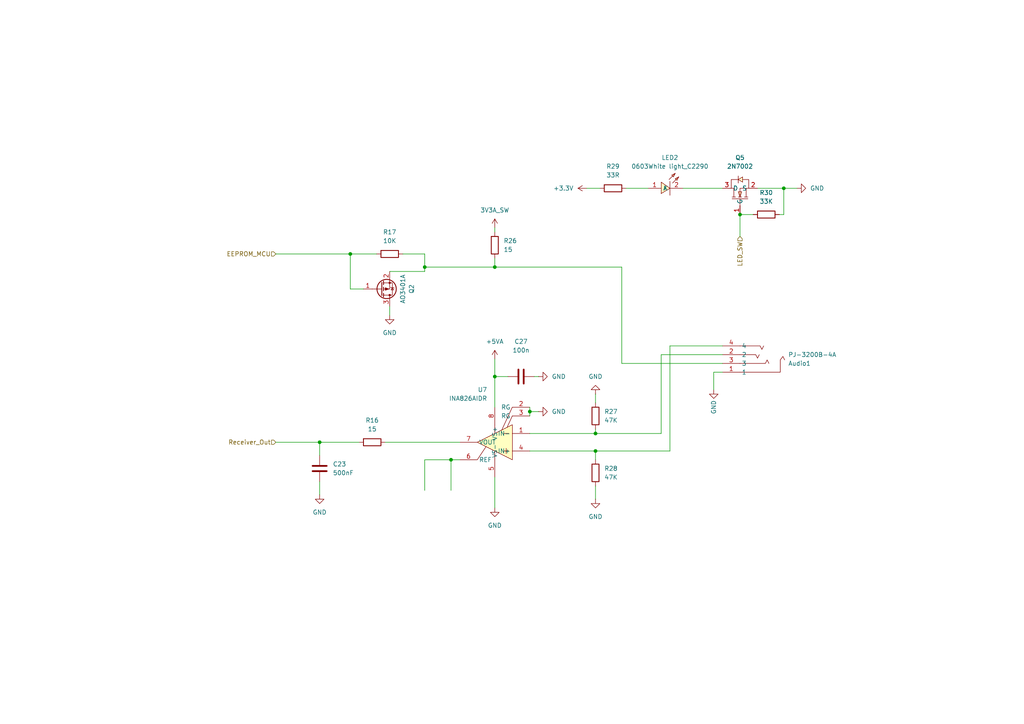
<source format=kicad_sch>
(kicad_sch (version 20231120) (generator "eeschema") (generator_version "8.0")
  (paper "A4")
  (lib_symbols
    (symbol "Device:C" (pin_numbers hide) (pin_names (offset 0.254))
      (property "Reference" "C" (at 0.635 2.54 0))
      (property "Value" "C" (at 0.635 -2.54 0))
      (symbol "C_0_1"
        (polyline (pts (xy -2.032 -0.762) (xy 2.032 -0.762)) (stroke (width 0.508)))
        (polyline (pts (xy -2.032 0.762) (xy 2.032 0.762)) (stroke (width 0.508)))
      )
      (symbol "C_1_1"
        (pin passive line (at 0 3.81 270) (length 2.794) (name "~") (number "1"))
        (pin passive line (at 0 -3.81 90) (length 2.794) (name "~") (number "2"))
      )
    )
    (symbol "Device:R" (pin_numbers hide) (pin_names (offset 0))
      (property "Reference" "R" (at 2.032 0 90))
      (property "Value" "R" (at 0 0 90))
      (symbol "R_0_1"
        (rectangle (start -1.016 -2.54) (end 1.016 2.54) (stroke (width 0.254)))
      )
      (symbol "R_1_1"
        (pin passive line (at 0 3.81 270) (length 1.27) (name "~") (number "1"))
        (pin passive line (at 0 -3.81 90) (length 1.27) (name "~") (number "2"))
      )
    )
    (symbol "Rocketry_Easyeda:0603Whitelight_C2290"
      (property "Reference" "LED" (at 0 3.81 0))
      (property "Value" "0603White light_C2290" (at 0 -6.35 0))
      (symbol "0603Whitelight_C2290_0_1"
        (polyline (pts (xy 1.02 1.27) (xy 2.79 3.05)))
        (polyline (pts (xy 1.27 0.76) (xy 1.27 -3.3)))
        (polyline (pts (xy 2.03 0.25) (xy 3.81 2.03)))
        (polyline (pts (xy -1.27 -2.79) (xy 1.27 -1.27) (xy -1.27 0.51) (xy -1.27 -2.79)) (fill (type background)))
        (polyline (pts (xy 2.79 3.05) (xy 1.78 2.54) (xy 2.29 2.03) (xy 2.79 3.05)) (fill (type background)))
        (polyline (pts (xy 3.81 2.03) (xy 2.79 1.52) (xy 3.3 1.02) (xy 3.81 2.03)) (fill (type background)))
        (pin unspecified line (at -5.08 -1.27 0) (length 3.81) (name "A") (number "1"))
        (pin unspecified line (at 5.08 -1.27 180) (length 3.81) (name "K") (number "2"))
      )
    )
    (symbol "Rocketry_Easyeda:2N7002"
      (property "Reference" "Q" (at 0 10.16 0))
      (property "Value" "2N7002" (at 0 -10.16 0))
      (symbol "2N7002_0_1"
        (polyline (pts (xy -2.54 0) (xy -0.51 0)))
        (polyline (pts (xy -0.51 2.29) (xy -0.51 -2.29)))
        (polyline (pts (xy 0 -2.29) (xy 0 -1.27)))
        (polyline (pts (xy 0 -0.51) (xy 0 0.51)))
        (polyline (pts (xy 0 2.29) (xy 0 1.27)))
        (polyline (pts (xy 2.54 -1.78) (xy 0 -1.78)))
        (polyline (pts (xy 0 0) (xy 1.52 -0.51) (xy 1.52 0.51) (xy 0 0)) (fill (type background)))
        (polyline (pts (xy 5.08 0.51) (xy 4.32 -0.76) (xy 5.84 -0.76) (xy 5.08 0.51)) (fill (type background)))
        (polyline (pts (xy 6.1 0.51) (xy 5.59 0.51) (xy 4.57 0.51) (xy 4.06 0.51)))
        (polyline (pts (xy 0 0) (xy 2.54 0) (xy 2.54 -2.54) (xy 5.08 -2.54) (xy 5.08 -0.76)))
        (polyline (pts (xy 0 1.78) (xy 2.54 1.78) (xy 2.54 2.54) (xy 5.08 2.54) (xy 5.08 0.51)))
        (pin unspecified line (at -5.08 0 0) (length 2.54) (name "G") (number "1"))
        (pin unspecified line (at 2.54 -5.08 90) (length 2.54) (name "S") (number "2"))
        (pin unspecified line (at 2.54 5.08 270) (length 2.54) (name "D") (number "3"))
      )
    )
    (symbol "Rocketry_Easyeda:INA826AIDR"
      (property "Reference" "U" (at 0 13.97 0))
      (property "Value" "INA826AIDR" (at 0 -16.51 0))
      (symbol "INA826AIDR_0_1"
        (polyline (pts (xy -4.06 -3.81) (xy -2.54 -3.81)))
        (polyline (pts (xy -4.06 1.27) (xy -2.54 1.27)))
        (polyline (pts (xy -3.56 3.05) (xy -5.08 6.35)))
        (polyline (pts (xy -3.3 -3.05) (xy -3.3 -4.57)))
        (polyline (pts (xy -2.03 2.29) (xy -5.08 8.89)))
        (polyline (pts (xy 0 -3.81) (xy 0 -6.35)))
        (polyline (pts (xy 0 3.81) (xy 0 1.27)))
        (polyline (pts (xy 2.54 -2.54) (xy 5.08 -6.35)))
        (polyline (pts (xy -5.08 -6.35) (xy 5.08 -1.27) (xy -5.08 3.81) (xy -5.08 -6.35)) (fill (type background)))
        (pin unspecified line (at -10.16 1.27 0) (length 5.08) (name "IN-") (number "1"))
        (pin unspecified line (at -10.16 8.89 0) (length 5.08) (name "RG") (number "2"))
        (pin unspecified line (at -10.16 6.35 0) (length 5.08) (name "RG") (number "3"))
        (pin unspecified line (at -10.16 -3.81 0) (length 5.08) (name "IN+") (number "4"))
        (pin power_in line (at 0 -11.43 90) (length 5.08) (name "VS-") (number "5"))
        (pin unspecified line (at 10.16 -6.35 180) (length 5.08) (name "REF") (number "6"))
        (pin output line (at 10.16 -1.27 180) (length 5.08) (name "VOUT") (number "7"))
        (pin power_in line (at 0 8.89 270) (length 5.08) (name "VS+") (number "8"))
      )
    )
    (symbol "Rocketry_Easyeda:PJ-3200B-4A"
      (property "Reference" "Audio" (at 0 7.62 0))
      (property "Value" "PJ-3200B-4A" (at 0 -10.16 0))
      (symbol "PJ-3200B-4A_0_1"
        (polyline (pts (xy 3.81 -5.08) (xy -2.03 -5.08) (xy -2.54 -4.06) (xy -3.05 -5.08)))
        (polyline (pts (xy 3.81 -2.54) (xy -0.76 -2.54) (xy -1.27 -1.52) (xy -1.78 -2.54)))
        (polyline (pts (xy 3.81 0) (xy -3.56 0) (xy -4.06 -1.02) (xy -4.57 0)))
        (polyline (pts (xy 3.81 2.54) (xy -7.87 2.54) (xy -7.87 -1.02) (xy -8.64 -2.03) (xy -9.14 -1.02)))
        (pin unspecified line (at 8.89 2.54 180) (length 5.08) (name "1") (number "1"))
        (pin unspecified line (at 8.89 -2.54 180) (length 5.08) (name "2") (number "2"))
        (pin unspecified line (at 8.89 0 180) (length 5.08) (name "3") (number "3"))
        (pin unspecified line (at 8.89 -5.08 180) (length 5.08) (name "4") (number "4"))
      )
    )
    (symbol "Transistor_FET:AO3401A" (pin_names hide)
      (property "Reference" "Q" (at 5.08 1.905 0))
      (property "Value" "AO3401A" (at 5.08 0 0))
      (symbol "AO3401A_0_1"
        (polyline (pts (xy 0.254 0) (xy -2.54 0)))
        (polyline (pts (xy 0.254 1.905) (xy 0.254 -1.905)) (stroke (width 0.254)))
        (polyline (pts (xy 0.762 -1.27) (xy 0.762 -2.286)) (stroke (width 0.254)))
        (polyline (pts (xy 0.762 0.508) (xy 0.762 -0.508)) (stroke (width 0.254)))
        (polyline (pts (xy 0.762 2.286) (xy 0.762 1.27)) (stroke (width 0.254)))
        (polyline (pts (xy 2.54 2.54) (xy 2.54 1.778)))
        (polyline (pts (xy 2.54 -2.54) (xy 2.54 0) (xy 0.762 0)))
        (polyline (pts (xy 0.762 1.778) (xy 3.302 1.778) (xy 3.302 -1.778) (xy 0.762 -1.778)))
        (polyline (pts (xy 2.286 0) (xy 1.27 0.381) (xy 1.27 -0.381) (xy 2.286 0)) (fill (type outline)))
        (polyline (pts (xy 2.794 -0.508) (xy 2.921 -0.381) (xy 3.683 -0.381) (xy 3.81 -0.254)))
        (polyline (pts (xy 3.302 -0.381) (xy 2.921 0.254) (xy 3.683 0.254) (xy 3.302 -0.381)))
        (circle (center 1.651 0) (radius 2.794) (stroke (width 0.254)))
        (circle (center 2.54 -1.778) (radius 0.254) (fill (type outline)))
        (circle (center 2.54 1.778) (radius 0.254) (fill (type outline)))
      )
      (symbol "AO3401A_1_1"
        (pin input line (at -5.08 0 0) (length 2.54) (name "G") (number "1"))
        (pin passive line (at 2.54 -5.08 90) (length 2.54) (name "S") (number "2"))
        (pin passive line (at 2.54 5.08 270) (length 2.54) (name "D") (number "3"))
      )
    )
    (symbol "power:+3.3V" (power) (pin_numbers hide) (pin_names (offset 0) hide)
      (property "Value" "+3.3V" (at 0 3.556 0))
      (symbol "+3.3V_0_1"
        (polyline (pts (xy -0.762 1.27) (xy 0 2.54)))
        (polyline (pts (xy 0 0) (xy 0 2.54)))
        (polyline (pts (xy 0 2.54) (xy 0.762 1.27)))
      )
      (symbol "+3.3V_1_1"
        (pin power_in line (at 0 0 90) (length 0) (name "~") (number "1"))
      )
    )
    (symbol "power:+3.3VA" (power) (pin_numbers hide) (pin_names (offset 0) hide)
      (property "Value" "+3.3VA" (at 0 3.556 0))
      (symbol "+3.3VA_0_1"
        (polyline (pts (xy -0.762 1.27) (xy 0 2.54)))
        (polyline (pts (xy 0 0) (xy 0 2.54)))
        (polyline (pts (xy 0 2.54) (xy 0.762 1.27)))
      )
      (symbol "+3.3VA_1_1"
        (pin power_in line (at 0 0 90) (length 0) (name "~") (number "1"))
      )
    )
    (symbol "power:+5V" (power) (pin_numbers hide) (pin_names (offset 0) hide)
      (property "Value" "+5V" (at 0 3.556 0))
      (symbol "+5V_0_1"
        (polyline (pts (xy -0.762 1.27) (xy 0 2.54)))
        (polyline (pts (xy 0 0) (xy 0 2.54)))
        (polyline (pts (xy 0 2.54) (xy 0.762 1.27)))
      )
      (symbol "+5V_1_1"
        (pin power_in line (at 0 0 90) (length 0) (name "~") (number "1"))
      )
    )
    (symbol "power:GND" (power) (pin_numbers hide) (pin_names (offset 0) hide)
      (property "Value" "GND" (at 0 -3.81 0))
      (symbol "GND_0_1"
        (polyline (pts (xy 0 0) (xy 0 -1.27) (xy 1.27 -1.27) (xy 0 -2.54) (xy -1.27 -1.27) (xy 0 -1.27)))
      )
      (symbol "GND_1_1"
        (pin power_in line (at 0 0 270) (length 0) (name "~") (number "1"))
      )
    )
  )
  (junction (at 143.51 109.22))
  (junction (at 172.72 130.81))
  (junction (at 143.51 77.47))
  (junction (at 123.19 77.47))
  (junction (at 172.72 125.73))
  (junction (at 92.71 128.27))
  (junction (at 130.81 133.35))
  (junction (at 153.67 119.38))
  (junction (at 101.6 73.66))
  (junction (at 227.33 54.61))
  (junction (at 214.63 62.23))
  (wire (pts (xy 194.31 100.33) (xy 209.55 100.33)))
  (wire (pts (xy 214.63 62.23) (xy 214.63 68.58)))
  (wire (pts (xy 153.67 118.11) (xy 153.67 119.38)))
  (wire (pts (xy 143.51 74.93) (xy 143.51 77.47)))
  (wire (pts (xy 153.67 125.73) (xy 172.72 125.73)))
  (wire (pts (xy 133.35 128.27) (xy 111.76 128.27)))
  (wire (pts (xy 130.81 133.35) (xy 130.81 142.24)))
  (wire (pts (xy 227.33 62.23) (xy 227.33 54.61)))
  (wire (pts (xy 123.19 77.47) (xy 143.51 77.47)))
  (wire (pts (xy 219.71 54.61) (xy 227.33 54.61)))
  (wire (pts (xy 143.51 77.47) (xy 180.34 77.47)))
  (wire (pts (xy 123.19 133.35) (xy 130.81 133.35)))
  (wire (pts (xy 101.6 73.66) (xy 101.6 83.82)))
  (wire (pts (xy 172.72 140.97) (xy 172.72 144.78)))
  (wire (pts (xy 143.51 104.14) (xy 143.51 109.22)))
  (wire (pts (xy 143.51 109.22) (xy 143.51 118.11)))
  (wire (pts (xy 198.12 54.61) (xy 209.55 54.61)))
  (wire (pts (xy 214.63 62.23) (xy 218.44 62.23)))
  (wire (pts (xy 191.77 102.87) (xy 191.77 125.73)))
  (wire (pts (xy 180.34 77.47) (xy 180.34 105.41)))
  (wire (pts (xy 123.19 73.66) (xy 116.84 73.66)))
  (wire (pts (xy 207.01 107.95) (xy 209.55 107.95)))
  (wire (pts (xy 123.19 133.35) (xy 123.19 142.24)))
  (wire (pts (xy 172.72 114.3) (xy 172.72 116.84)))
  (wire (pts (xy 92.71 139.7) (xy 92.71 143.51)))
  (wire (pts (xy 130.81 133.35) (xy 133.35 133.35)))
  (wire (pts (xy 123.19 73.66) (xy 123.19 77.47)))
  (wire (pts (xy 172.72 130.81) (xy 172.72 133.35)))
  (wire (pts (xy 226.06 62.23) (xy 227.33 62.23)))
  (wire (pts (xy 172.72 124.46) (xy 172.72 125.73)))
  (wire (pts (xy 172.72 130.81) (xy 194.31 130.81)))
  (wire (pts (xy 92.71 128.27) (xy 104.14 128.27)))
  (wire (pts (xy 153.67 130.81) (xy 172.72 130.81)))
  (wire (pts (xy 207.01 107.95) (xy 207.01 113.03)))
  (wire (pts (xy 143.51 66.04) (xy 143.51 67.31)))
  (wire (pts (xy 113.03 78.74) (xy 123.19 78.74)))
  (wire (pts (xy 105.41 83.82) (xy 101.6 83.82)))
  (wire (pts (xy 147.32 109.22) (xy 143.51 109.22)))
  (wire (pts (xy 109.22 73.66) (xy 101.6 73.66)))
  (wire (pts (xy 80.01 128.27) (xy 92.71 128.27)))
  (wire (pts (xy 80.01 73.66) (xy 101.6 73.66)))
  (wire (pts (xy 227.33 54.61) (xy 231.14 54.61)))
  (wire (pts (xy 181.61 54.61) (xy 187.96 54.61)))
  (wire (pts (xy 154.94 109.22) (xy 156.21 109.22)))
  (wire (pts (xy 143.51 138.43) (xy 143.51 147.32)))
  (wire (pts (xy 172.72 125.73) (xy 191.77 125.73)))
  (wire (pts (xy 153.67 120.65) (xy 153.67 119.38)))
  (wire (pts (xy 170.18 54.61) (xy 173.99 54.61)))
  (wire (pts (xy 153.67 119.38) (xy 156.21 119.38)))
  (wire (pts (xy 191.77 102.87) (xy 209.55 102.87)))
  (wire (pts (xy 123.19 77.47) (xy 123.19 78.74)))
  (wire (pts (xy 113.03 88.9) (xy 113.03 91.44)))
  (wire (pts (xy 92.71 132.08) (xy 92.71 128.27)))
  (wire (pts (xy 194.31 100.33) (xy 194.31 130.81)))
  (wire (pts (xy 180.34 105.41) (xy 209.55 105.41)))
  (hierarchical_label "Receiver_Out" (shape input) (at 80.01 128.27 180))
  (hierarchical_label "LED_SW" (shape input) (at 214.63 68.58 270))
  (hierarchical_label "EEPROM_MCU" (shape input) (at 80.01 73.66 180))
  (symbol (lib_id "power:GND") (at 92.71 143.51 0) (unit 1)
    (property "Reference" "#PWR058" (effects (hide yes)))
    (property "Value" "GND" (at 92.71 148.59 0))
    (property "Description" "Power symbol creates a global label with name \"GND\" , ground" (effects (hide yes)))
    (instances (project "SG_PCB_V3_1" (path "" (reference "#PWR058") (unit 1)) (path "" (reference "#PWR088") (unit 1)) (path "" (reference "#PWR061") (unit 1))))
  )
  (symbol (lib_id "power:+3.3VA") (at 143.51 66.04 0) (unit 1)
    (property "Reference" "#PWR064" (effects (hide yes)))
    (property "Value" "3V3A_SW" (at 143.51 60.96 0))
    (property "Description" "Power symbol creates a global label with name \"+3.3VA\"" (effects (hide yes)))
    (instances (project "SG_PCB_V3_1" (path "" (reference "#PWR064") (unit 1)) (path "" (reference "#PWR090") (unit 1)) (path "" (reference "#PWR078") (unit 1))))
  )
  (symbol (lib_id "Rocketry_Easyeda:PJ-3200B-4A") (at 218.44 105.41 180) (unit 1)
    (property "Reference" "Audio1" (at 228.6 105.4101 0) (effects (justify right)))
    (property "Value" "PJ-3200B-4A" (at 228.6 102.8701 0) (effects (justify right)))
    (property "Footprint" "Rocketry_Easyeda:AUDIO-TH_PJ-3200B-4A" (effects (hide yes)))
    (property "Datasheet" "https://lcsc.com/product-detail/Audio-Connectors_PJ-3200B-4A_C136687.html" (effects (hide yes)))
    (property "LCSC Part" "C136687" (effects (hide yes)))
    (instances (project "SG_PCB_V3_1" (path "" (reference "Audio1") (unit 1)) (path "" (reference "Audio3") (unit 1)) (path "" (reference "Audio2") (unit 1))))
  )
  (symbol (lib_id "power:GND") (at 113.03 91.44 0) (mirror y) (unit 1)
    (property "Reference" "#PWR059" (effects (hide yes)))
    (property "Value" "GND" (at 113.03 96.52 0))
    (property "Description" "Power symbol creates a global label with name \"GND\" , ground" (effects (hide yes)))
    (instances (project "SG_PCB_V3_1" (path "" (reference "#PWR059") (unit 1)) (path "" (reference "#PWR089") (unit 1)) (path "" (reference "#PWR062") (unit 1))))
  )
  (symbol (lib_id "power:+3.3V") (at 170.18 54.61 90) (unit 1)
    (property "Reference" "#PWR070" (effects (hide yes)))
    (property "Value" "+3.3V" (at 166.37 54.6099 90) (effects (justify left)))
    (property "Description" "Power symbol creates a global label with name \"+3.3V\"" (effects (hide yes)))
    (instances (project "SG_PCB_V3_1" (path "" (reference "#PWR070") (unit 1)) (path "" (reference "#PWR095") (unit 1)) (path "" (reference "#PWR083") (unit 1))))
  )
  (symbol (lib_id "Device:R") (at 172.72 137.16 0) (mirror y) (unit 1)
    (property "Reference" "R28" (at 175.26 135.8899 0) (effects (justify right)))
    (property "Value" "47K" (at 175.26 138.4299 0) (effects (justify right)))
    (property "Description" "Resistor" (effects (hide yes)))
    (instances (project "SG_PCB_V3_1" (path "" (reference "R28") (unit 1)) (path "" (reference "R40") (unit 1)) (path "" (reference "R33") (unit 1))))
  )
  (symbol (lib_id "Transistor_FET:AO3401A") (at 110.49 83.82 0) (mirror x) (unit 1)
    (property "Reference" "Q2" (at 119.38 83.82 90))
    (property "Value" "AO3401A" (at 116.84 83.82 90))
    (property "Footprint" "Package_TO_SOT_SMD:SOT-23" (effects (hide yes)))
    (property "Datasheet" "http://www.aosmd.com/pdfs/datasheet/AO3401A.pdf" (effects (hide yes)))
    (property "Description" "-4.0A Id, -30V Vds, P-Channel MOSFET, SOT-23" (effects (hide yes)))
    (instances (project "SG_PCB_V3_1" (path "" (reference "Q2") (unit 1)) (path "" (reference "Q9") (unit 1)) (path "" (reference "Q7") (unit 1))))
  )
  (symbol (lib_id "Device:R") (at 172.72 120.65 0) (mirror y) (unit 1)
    (property "Reference" "R27" (at 175.26 119.3799 0) (effects (justify right)))
    (property "Value" "47K" (at 175.26 121.9199 0) (effects (justify right)))
    (property "Description" "Resistor" (effects (hide yes)))
    (instances (project "SG_PCB_V3_1" (path "" (reference "R27") (unit 1)) (path "" (reference "R39") (unit 1)) (path "" (reference "R32") (unit 1))))
  )
  (symbol (lib_id "power:GND") (at 207.01 113.03 0) (mirror y) (unit 1)
    (property "Reference" "#PWR076" (effects (hide yes)))
    (property "Value" "GND" (at 207.01 118.11 90))
    (property "Description" "Power symbol creates a global label with name \"GND\" , ground" (effects (hide yes)))
    (instances (project "SG_PCB_V3_1" (path "" (reference "#PWR076") (unit 1)) (path "" (reference "#PWR098") (unit 1)) (path "" (reference "#PWR086") (unit 1))))
  )
  (symbol (lib_id "power:GND") (at 172.72 114.3 180) (unit 1)
    (property "Reference" "#PWR071" (effects (hide yes)))
    (property "Value" "GND" (at 172.72 109.22 0))
    (property "Description" "Power symbol creates a global label with name \"GND\" , ground" (effects (hide yes)))
    (instances (project "SG_PCB_V3_1" (path "" (reference "#PWR071") (unit 1)) (path "" (reference "#PWR096") (unit 1)) (path "" (reference "#PWR084") (unit 1))))
  )
  (symbol (lib_id "Rocketry_Easyeda:INA826AIDR") (at 143.51 127 0) (mirror y) (unit 1)
    (property "Reference" "U7" (at 141.3159 113.03 0) (effects (justify left)))
    (property "Value" "INA826AIDR" (at 141.3159 115.57 0) (effects (justify left)))
    (property "Footprint" "Rocketry_Easyeda:SOIC-8_L4.9-W3.9-P1.27-LS6.0-BL" (effects (hide yes)))
    (property "Datasheet" "https://lcsc.com/product-detail/Instrumentation-OpAmps_TI_INA826AIDR_INA826AIDR_C38433.html" (effects (hide yes)))
    (property "LCSC Part" "C38433" (effects (hide yes)))
    (instances (project "SG_PCB_V3_1" (path "" (reference "U7") (unit 1)) (path "" (reference "U9") (unit 1)) (path "" (reference "U8") (unit 1))))
  )
  (symbol (lib_id "power:GND") (at 172.72 144.78 0) (unit 1)
    (property "Reference" "#PWR075" (effects (hide yes)))
    (property "Value" "GND" (at 172.72 149.86 0))
    (property "Description" "Power symbol creates a global label with name \"GND\" , ground" (effects (hide yes)))
    (instances (project "SG_PCB_V3_1" (path "" (reference "#PWR075") (unit 1)) (path "" (reference "#PWR097") (unit 1)) (path "" (reference "#PWR085") (unit 1))))
  )
  (symbol (lib_id "Device:C") (at 92.71 135.89 0) (unit 1)
    (property "Reference" "C23" (at 96.52 134.6199 0) (effects (justify left)))
    (property "Value" "500nF" (at 96.52 137.1599 0) (effects (justify left)))
    (property "Description" "Unpolarized capacitor" (effects (hide yes)))
    (instances (project "SG_PCB_V3_1" (path "" (reference "C23") (unit 1)) (path "" (reference "C30") (unit 1)) (path "" (reference "C28") (unit 1))))
  )
  (symbol (lib_id "power:+5V") (at 143.51 104.14 0) (unit 1)
    (property "Reference" "#PWR066" (effects (hide yes)))
    (property "Value" "+5VA" (at 143.51 99.06 0))
    (property "Description" "Power symbol creates a global label with name \"+5V\"" (effects (hide yes)))
    (instances (project "SG_PCB_V3_1" (path "" (reference "#PWR066") (unit 1)) (path "" (reference "#PWR091") (unit 1)) (path "" (reference "#PWR079") (unit 1))))
  )
  (symbol (lib_id "power:GND") (at 156.21 109.22 90) (unit 1)
    (property "Reference" "#PWR068" (effects (hide yes)))
    (property "Value" "GND" (at 160.02 109.2199 90) (effects (justify right)))
    (property "Description" "Power symbol creates a global label with name \"GND\" , ground" (effects (hide yes)))
    (instances (project "SG_PCB_V3_1" (path "" (reference "#PWR068") (unit 1)) (path "" (reference "#PWR093") (unit 1)) (path "" (reference "#PWR081") (unit 1))))
  )
  (symbol (lib_id "Rocketry_Easyeda:2N7002") (at 214.63 57.15 90) (unit 1)
    (property "Reference" "Q5" (at 214.63 45.72 90))
    (property "Value" "2N7002" (at 214.63 48.26 90))
    (property "Footprint" "Rocketry_Easyeda:SOT-23-3_L2.9-W1.3-P1.90-LS2.4-BR" (effects (hide yes)))
    (property "Datasheet" "https://lcsc.com/product-detail/MOSFET_2N7002-7002_C8545.html" (effects (hide yes)))
    (property "LCSC Part" "C8545" (effects (hide yes)))
    (instances (project "SG_PCB_V3_1" (path "" (reference "Q5") (unit 1)) (path "" (reference "Q10") (unit 1)) (path "" (reference "Q8") (unit 1))))
  )
  (symbol (lib_id "power:GND") (at 156.21 119.38 90) (unit 1)
    (property "Reference" "#PWR069" (effects (hide yes)))
    (property "Value" "GND" (at 160.02 119.3799 90) (effects (justify right)))
    (property "Description" "Power symbol creates a global label with name \"GND\" , ground" (effects (hide yes)))
    (instances (project "SG_PCB_V3_1" (path "" (reference "#PWR069") (unit 1)) (path "" (reference "#PWR094") (unit 1)) (path "" (reference "#PWR082") (unit 1))))
  )
  (symbol (lib_id "Device:R") (at 113.03 73.66 270) (mirror x) (unit 1)
    (property "Reference" "R17" (at 113.03 67.31 90))
    (property "Value" "10K" (at 113.03 69.85 90))
    (property "Description" "Resistor" (effects (hide yes)))
    (instances (project "SG_PCB_V3_1" (path "" (reference "R17") (unit 1)) (path "" (reference "R37") (unit 1)) (path "" (reference "R25") (unit 1))))
  )
  (symbol (lib_id "power:GND") (at 143.51 147.32 0) (unit 1)
    (property "Reference" "#PWR067" (effects (hide yes)))
    (property "Value" "GND" (at 143.51 152.4 0))
    (property "Description" "Power symbol creates a global label with name \"GND\" , ground" (effects (hide yes)))
    (instances (project "SG_PCB_V3_1" (path "" (reference "#PWR067") (unit 1)) (path "" (reference "#PWR092") (unit 1)) (path "" (reference "#PWR080") (unit 1))))
  )
  (symbol (lib_id "Device:R") (at 177.8 54.61 90) (unit 1)
    (property "Reference" "R29" (at 177.8 48.26 90))
    (property "Value" "33R" (at 177.8 50.8 90))
    (property "Footprint" "Resistor_SMD:R_0402_1005Metric" (effects (hide yes)))
    (property "Description" "Resistor" (effects (hide yes)))
    (instances (project "SG_PCB_V3_1" (path "" (reference "R29") (unit 1)) (path "" (reference "R41") (unit 1)) (path "" (reference "R34") (unit 1))))
  )
  (symbol (lib_id "power:GND") (at 231.14 54.61 90) (unit 1)
    (property "Reference" "#PWR077" (effects (hide yes)))
    (property "Value" "GND" (at 234.95 54.6099 90) (effects (justify right)))
    (property "Description" "Power symbol creates a global label with name \"GND\" , ground" (effects (hide yes)))
    (instances (project "SG_PCB_V3_1" (path "" (reference "#PWR077") (unit 1)) (path "" (reference "#PWR099") (unit 1)) (path "" (reference "#PWR087") (unit 1))))
  )
  (symbol (lib_id "Device:R") (at 107.95 128.27 90) (mirror x) (unit 1)
    (property "Reference" "R16" (at 107.95 121.92 90))
    (property "Value" "15" (at 107.95 124.46 90))
    (property "Description" "Resistor" (effects (hide yes)))
    (instances (project "SG_PCB_V3_1" (path "" (reference "R16") (unit 1)) (path "" (reference "R36") (unit 1)) (path "" (reference "R19") (unit 1))))
  )
  (symbol (lib_id "Device:R") (at 222.25 62.23 90) (unit 1)
    (property "Reference" "R30" (at 222.25 55.88 90))
    (property "Value" "33K" (at 222.25 58.42 90))
    (property "Footprint" "Resistor_SMD:R_0402_1005Metric" (effects (hide yes)))
    (property "Description" "Resistor" (effects (hide yes)))
    (instances (project "SG_PCB_V3_1" (path "" (reference "R30") (unit 1)) (path "" (reference "R42") (unit 1)) (path "" (reference "R35") (unit 1))))
  )
  (symbol (lib_id "Device:R") (at 143.51 71.12 0) (mirror y) (unit 1)
    (property "Reference" "R26" (at 146.05 69.8499 0) (effects (justify right)))
    (property "Value" "15" (at 146.05 72.3899 0) (effects (justify right)))
    (property "Description" "Resistor" (effects (hide yes)))
    (instances (project "SG_PCB_V3_1" (path "" (reference "R26") (unit 1)) (path "" (reference "R38") (unit 1)) (path "" (reference "R31") (unit 1))))
  )
  (symbol (lib_id "Rocketry_Easyeda:0603Whitelight_C2290") (at 193.04 53.34 0) (unit 1)
    (property "Reference" "LED2" (at 194.31 45.72 0))
    (property "Value" "0603White light_C2290" (at 194.31 48.26 0))
    (property "Footprint" "Rocketry_Easyeda:LED0603-R-RD_WHITE" (effects (hide yes)))
    (property "Datasheet" "https://lcsc.com/product-detail/Light-Emitting-Diodes-LED_0603White-light_C2290.html" (effects (hide yes)))
    (property "LCSC Part" "C2290" (effects (hide yes)))
    (instances (project "SG_PCB_V3_1" (path "" (reference "LED2") (unit 1)) (path "" (reference "LED4") (unit 1)) (path "" (reference "LED3") (unit 1))))
  )
  (symbol (lib_id "Device:C") (at 151.13 109.22 270) (unit 1)
    (property "Reference" "C27" (at 151.13 99.06 90))
    (property "Value" "100n" (at 151.13 101.6 90))
    (property "Description" "Unpolarized capacitor" (effects (hide yes)))
    (instances (project "SG_PCB_V3_1" (path "" (reference "C27") (unit 1)) (path "" (reference "C31") (unit 1)) (path "" (reference "C29") (unit 1))))
  )
)
</source>
